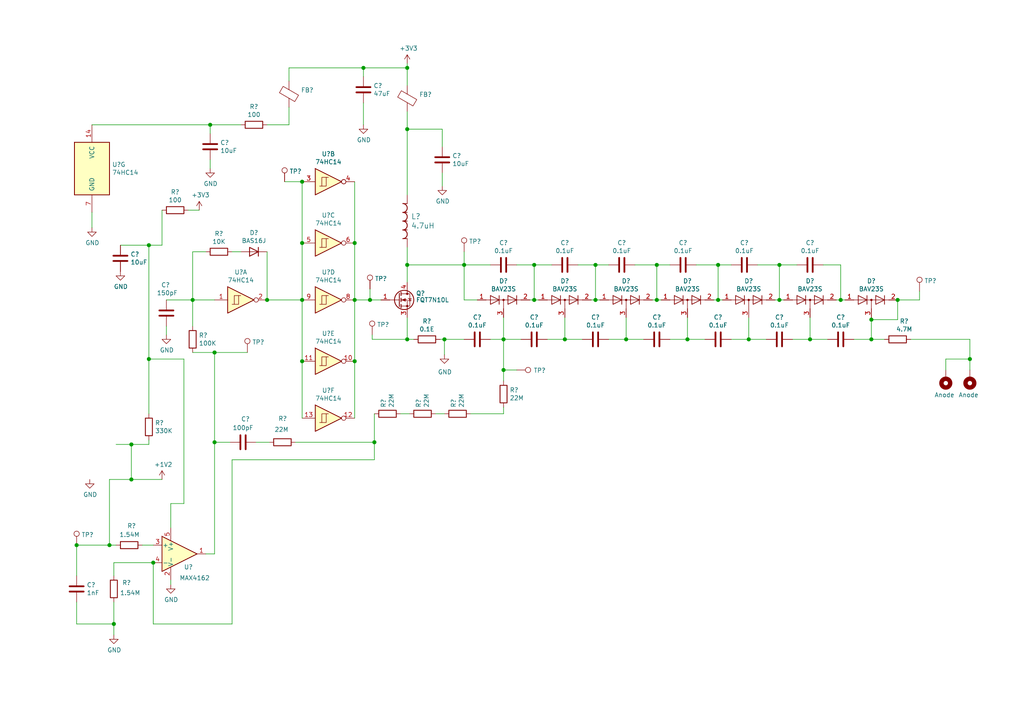
<source format=kicad_sch>
(kicad_sch (version 20210126) (generator eeschema)
  (paper "A4")
  (lib_symbols
    (symbol "2021-01-06_02-33-04:NRS6020T2R2NMGJ" (pin_numbers hide) (pin_names (offset 1.651) hide)
      (property "Reference" "L" (at 6.985 5.08 0))
      (property "Value" "NRS6020T2R2NMGJ" (at 6.985 -5.715 0))
      (symbol "NRS6020T2R2NMGJ_1_1"
        (arc (start 2.54 1.27) (end 5.08 1.27) (radius (at 3.81 1.27) (length 1.27) (angles 0 180)) (stroke (width 0.254)))
        (arc (start 5.08 1.27) (end 7.62 1.27) (radius (at 6.35 1.27) (length 1.27) (angles 0 180)) (stroke (width 0.254)))
        (arc (start 7.62 1.27) (end 10.16 1.27) (radius (at 8.89 1.27) (length 1.27) (angles 0 180)) (stroke (width 0.254)))
        (arc (start 10.16 1.27) (end 12.7 1.27) (radius (at 11.43 1.27) (length 1.27) (angles 0 180)) (stroke (width 0.254)))
        (polyline (pts (xy 2.54 0) (xy 2.54 1.27)) (stroke (width 0.2032)))
        (polyline (pts (xy 5.08 0) (xy 5.08 1.27)) (stroke (width 0.2032)))
        (polyline (pts (xy 7.62 0) (xy 7.62 1.27)) (stroke (width 0.2032)))
        (polyline (pts (xy 10.16 0) (xy 10.16 1.27)) (stroke (width 0.2032)))
        (polyline (pts (xy 12.7 0) (xy 12.7 1.27)) (stroke (width 0.2032)))
        (pin unspecified line (at 15.24 0 180) (length 2.54) (name "1") (number "1"))
        (pin unspecified line (at 0 0 0) (length 2.54) (name "2") (number "2"))
      )
    )
    (symbol "74xx:74HC14" (pin_names (offset 1.016))
      (property "Reference" "U" (at 0 1.27 0))
      (property "Value" "74HC14" (at 0 -1.27 0))
      (symbol "74HC14_1_0"
        (polyline (pts (xy -3.81 3.81) (xy -3.81 -3.81) (xy 3.81 0) (xy -3.81 3.81)) (stroke (width 0.254)) (fill (type background)))
        (pin input line (at -7.62 0 0) (length 3.81) (name "~") (number "1"))
        (pin output inverted (at 7.62 0 180) (length 3.81) (name "~") (number "2"))
      )
      (symbol "74HC14_1_1"
        (polyline (pts (xy -1.905 -1.27) (xy -1.905 1.27) (xy -0.635 1.27)))
        (polyline (pts (xy -2.54 -1.27) (xy -0.635 -1.27) (xy -0.635 1.27) (xy 0 1.27)))
      )
      (symbol "74HC14_2_0"
        (polyline (pts (xy -3.81 3.81) (xy -3.81 -3.81) (xy 3.81 0) (xy -3.81 3.81)) (stroke (width 0.254)) (fill (type background)))
        (pin input line (at -7.62 0 0) (length 3.81) (name "~") (number "3"))
        (pin output inverted (at 7.62 0 180) (length 3.81) (name "~") (number "4"))
      )
      (symbol "74HC14_2_1"
        (polyline (pts (xy -1.905 -1.27) (xy -1.905 1.27) (xy -0.635 1.27)))
        (polyline (pts (xy -2.54 -1.27) (xy -0.635 -1.27) (xy -0.635 1.27) (xy 0 1.27)))
      )
      (symbol "74HC14_3_0"
        (polyline (pts (xy -3.81 3.81) (xy -3.81 -3.81) (xy 3.81 0) (xy -3.81 3.81)) (stroke (width 0.254)) (fill (type background)))
        (pin input line (at -7.62 0 0) (length 3.81) (name "~") (number "5"))
        (pin output inverted (at 7.62 0 180) (length 3.81) (name "~") (number "6"))
      )
      (symbol "74HC14_3_1"
        (polyline (pts (xy -1.905 -1.27) (xy -1.905 1.27) (xy -0.635 1.27)))
        (polyline (pts (xy -2.54 -1.27) (xy -0.635 -1.27) (xy -0.635 1.27) (xy 0 1.27)))
      )
      (symbol "74HC14_4_0"
        (polyline (pts (xy -3.81 3.81) (xy -3.81 -3.81) (xy 3.81 0) (xy -3.81 3.81)) (stroke (width 0.254)) (fill (type background)))
        (pin output inverted (at 7.62 0 180) (length 3.81) (name "~") (number "8"))
        (pin input line (at -7.62 0 0) (length 3.81) (name "~") (number "9"))
      )
      (symbol "74HC14_4_1"
        (polyline (pts (xy -1.905 -1.27) (xy -1.905 1.27) (xy -0.635 1.27)))
        (polyline (pts (xy -2.54 -1.27) (xy -0.635 -1.27) (xy -0.635 1.27) (xy 0 1.27)))
      )
      (symbol "74HC14_5_0"
        (polyline (pts (xy -3.81 3.81) (xy -3.81 -3.81) (xy 3.81 0) (xy -3.81 3.81)) (stroke (width 0.254)) (fill (type background)))
        (pin output inverted (at 7.62 0 180) (length 3.81) (name "~") (number "10"))
        (pin input line (at -7.62 0 0) (length 3.81) (name "~") (number "11"))
      )
      (symbol "74HC14_5_1"
        (polyline (pts (xy -1.905 -1.27) (xy -1.905 1.27) (xy -0.635 1.27)))
        (polyline (pts (xy -2.54 -1.27) (xy -0.635 -1.27) (xy -0.635 1.27) (xy 0 1.27)))
      )
      (symbol "74HC14_6_0"
        (polyline (pts (xy -3.81 3.81) (xy -3.81 -3.81) (xy 3.81 0) (xy -3.81 3.81)) (stroke (width 0.254)) (fill (type background)))
        (pin output inverted (at 7.62 0 180) (length 3.81) (name "~") (number "12"))
        (pin input line (at -7.62 0 0) (length 3.81) (name "~") (number "13"))
      )
      (symbol "74HC14_6_1"
        (polyline (pts (xy -1.905 -1.27) (xy -1.905 1.27) (xy -0.635 1.27)))
        (polyline (pts (xy -2.54 -1.27) (xy -0.635 -1.27) (xy -0.635 1.27) (xy 0 1.27)))
      )
      (symbol "74HC14_7_0"
        (pin power_in line (at 0 12.7 270) (length 5.08) (name "VCC") (number "14"))
        (pin power_in line (at 0 -12.7 90) (length 5.08) (name "GND") (number "7"))
      )
      (symbol "74HC14_7_1"
        (rectangle (start -5.08 7.62) (end 5.08 -7.62) (stroke (width 0.254)) (fill (type background)))
      )
    )
    (symbol "Amplifier_Operational:TLV2371DBV" (pin_names (offset 0.127))
      (property "Reference" "U" (at -1.27 6.35 0))
      (property "Value" "TLV2371DBV" (at -1.27 3.81 0))
      (symbol "TLV2371DBV_0_1"
        (polyline (pts (xy -5.08 5.08) (xy 5.08 0) (xy -5.08 -5.08) (xy -5.08 5.08)) (stroke (width 0.254)) (fill (type background)))
        (pin power_in line (at -2.54 -7.62 90) (length 3.81) (name "V-") (number "2"))
        (pin power_in line (at -2.54 7.62 270) (length 3.81) (name "V+") (number "5"))
      )
      (symbol "TLV2371DBV_1_1"
        (pin output line (at 7.62 0 180) (length 2.54) (name "~") (number "1"))
        (pin input line (at -7.62 2.54 0) (length 2.54) (name "+") (number "3"))
        (pin input line (at -7.62 -2.54 0) (length 2.54) (name "-") (number "4"))
      )
    )
    (symbol "Connector:TestPoint" (pin_numbers hide) (pin_names (offset 0.762) hide)
      (property "Reference" "TP" (at 0 6.858 0))
      (property "Value" "TestPoint" (at 0 5.08 0))
      (symbol "TestPoint_0_1"
        (circle (center 0 3.302) (radius 0.762))
      )
      (symbol "TestPoint_1_1"
        (pin passive line (at 0 0 90) (length 2.54) (name "1") (number "1"))
      )
    )
    (symbol "Device:C" (pin_numbers hide) (pin_names (offset 0.254))
      (property "Reference" "C" (at 0.635 2.54 0))
      (property "Value" "C" (at 0.635 -2.54 0))
      (symbol "C_0_1"
        (polyline (pts (xy -2.032 -0.762) (xy 2.032 -0.762)) (stroke (width 0.508)))
        (polyline (pts (xy -2.032 0.762) (xy 2.032 0.762)) (stroke (width 0.508)))
      )
      (symbol "C_1_1"
        (pin passive line (at 0 3.81 270) (length 2.794) (name "~") (number "1"))
        (pin passive line (at 0 -3.81 90) (length 2.794) (name "~") (number "2"))
      )
    )
    (symbol "Device:Ferrite_Bead" (pin_numbers hide) (pin_names (offset 0))
      (property "Reference" "FB" (at -3.81 0.635 90))
      (property "Value" "Ferrite_Bead" (at 3.81 0 90))
      (symbol "Ferrite_Bead_0_1"
        (polyline (pts (xy 0 -1.27) (xy 0 -1.2192)))
        (polyline (pts (xy 0 1.27) (xy 0 1.2954)))
        (polyline (pts (xy -2.7686 0.4064) (xy -1.7018 2.2606) (xy 2.7686 -0.3048) (xy 1.6764 -2.159) (xy -2.7686 0.4064)))
      )
      (symbol "Ferrite_Bead_1_1"
        (pin passive line (at 0 3.81 270) (length 2.54) (name "~") (number "1"))
        (pin passive line (at 0 -3.81 90) (length 2.54) (name "~") (number "2"))
      )
    )
    (symbol "Device:R" (pin_numbers hide) (pin_names (offset 0))
      (property "Reference" "R" (at 2.032 0 90))
      (property "Value" "R" (at 0 0 90))
      (symbol "R_0_1"
        (rectangle (start -1.016 -2.54) (end 1.016 2.54) (stroke (width 0.254)))
      )
      (symbol "R_1_1"
        (pin passive line (at 0 3.81 270) (length 1.27) (name "~") (number "1"))
        (pin passive line (at 0 -3.81 90) (length 1.27) (name "~") (number "2"))
      )
    )
    (symbol "Diode:1N4148W" (pin_numbers hide) (pin_names (offset 1.016) hide)
      (property "Reference" "D" (at 0 2.54 0))
      (property "Value" "1N4148W" (at 0 -2.54 0))
      (symbol "1N4148W_0_1"
        (polyline (pts (xy -1.27 1.27) (xy -1.27 -1.27)) (stroke (width 0.254)))
        (polyline (pts (xy 1.27 0) (xy -1.27 0)))
        (polyline (pts (xy 1.27 1.27) (xy 1.27 -1.27) (xy -1.27 0) (xy 1.27 1.27)) (stroke (width 0.254)))
      )
      (symbol "1N4148W_1_1"
        (pin passive line (at -3.81 0 0) (length 2.54) (name "K") (number "1"))
        (pin passive line (at 3.81 0 180) (length 2.54) (name "A") (number "2"))
      )
    )
    (symbol "Diode:BAV99" (pin_names hide)
      (property "Reference" "D" (at 0 5.08 0))
      (property "Value" "BAV99" (at 0 2.54 0))
      (symbol "BAV99_0_1"
        (polyline (pts (xy -5.08 0) (xy 5.08 0)))
      )
      (symbol "BAV99_1_1"
        (circle (center 0 0) (radius 0.254) (fill (type outline)))
        (polyline (pts (xy 0 0) (xy 0 -2.54)))
        (polyline (pts (xy -1.27 -1.27) (xy -1.27 1.27) (xy -1.27 1.27)) (stroke (width 0.2032)))
        (polyline (pts (xy 3.81 1.27) (xy 3.81 -1.27) (xy 3.81 -1.27)) (stroke (width 0.2032)))
        (polyline (pts (xy -3.81 1.27) (xy -1.27 0) (xy -3.81 -1.27) (xy -3.81 1.27) (xy -3.81 1.27) (xy -3.81 1.27)) (stroke (width 0.2032)))
        (polyline (pts (xy 1.27 1.27) (xy 3.81 0) (xy 1.27 -1.27) (xy 1.27 1.27) (xy 1.27 1.27) (xy 1.27 1.27)) (stroke (width 0.2032)))
        (pin passive line (at -7.62 0 0) (length 2.54) (name "K") (number "1"))
        (pin passive line (at 7.62 0 180) (length 2.54) (name "A") (number "2"))
        (pin passive line (at 0 -5.08 90) (length 2.54) (name "K") (number "3"))
      )
    )
    (symbol "Mechanical:MountingHole_Pad" (pin_numbers hide) (pin_names (offset 1.016) hide)
      (property "Reference" "H" (at 0 6.35 0))
      (property "Value" "MountingHole_Pad" (at 0 4.445 0))
      (symbol "MountingHole_Pad_0_1"
        (circle (center 0 1.27) (radius 1.27) (stroke (width 1.27)))
      )
      (symbol "MountingHole_Pad_1_1"
        (pin input line (at 0 -2.54 90) (length 2.54) (name "1") (number "1"))
      )
    )
    (symbol "Transistor_FET:IRF6655" (pin_names hide)
      (property "Reference" "Q" (at 5.08 1.905 0))
      (property "Value" "IRF6655" (at 5.08 0 0))
      (symbol "IRF6655_0_1"
        (circle (center 1.651 0) (radius 2.794) (stroke (width 0.254)))
        (circle (center 2.54 -1.778) (radius 0.254) (fill (type outline)))
        (circle (center 2.54 1.778) (radius 0.254) (fill (type outline)))
        (polyline (pts (xy 0.254 0) (xy -2.54 0)))
        (polyline (pts (xy 0.254 1.905) (xy 0.254 -1.905)) (stroke (width 0.254)))
        (polyline (pts (xy 0.762 -1.27) (xy 0.762 -2.286)) (stroke (width 0.254)))
        (polyline (pts (xy 0.762 0.508) (xy 0.762 -0.508)) (stroke (width 0.254)))
        (polyline (pts (xy 0.762 2.286) (xy 0.762 1.27)) (stroke (width 0.254)))
        (polyline (pts (xy 2.54 2.54) (xy 2.54 1.778)))
        (polyline (pts (xy 2.54 -2.54) (xy 2.54 0) (xy 0.762 0)))
        (polyline (pts (xy 0.762 -1.778) (xy 3.302 -1.778) (xy 3.302 1.778) (xy 0.762 1.778)))
        (polyline (pts (xy 2.794 0.508) (xy 2.921 0.381) (xy 3.683 0.381) (xy 3.81 0.254)))
        (polyline (pts (xy 3.302 0.381) (xy 2.921 -0.254) (xy 3.683 -0.254) (xy 3.302 0.381)))
        (polyline (pts (xy 1.016 0) (xy 2.032 0.381) (xy 2.032 -0.381) (xy 1.016 0)) (fill (type outline)))
      )
      (symbol "IRF6655_1_1"
        (pin input line (at -5.08 0 0) (length 2.54) (name "G") (number "1"))
        (pin passive line (at 2.54 -5.08 90) (length 2.54) (name "S") (number "3"))
        (pin passive line (at 2.54 5.08 270) (length 2.54) (name "D") (number "4"))
      )
    )
    (symbol "power:+1V2" (power) (pin_names (offset 0))
      (property "Value" "+1V2" (at 0 3.556 0))
      (symbol "+1V2_0_1"
        (polyline (pts (xy -0.762 1.27) (xy 0 2.54)))
        (polyline (pts (xy 0 0) (xy 0 2.54)))
        (polyline (pts (xy 0 2.54) (xy 0.762 1.27)))
      )
      (symbol "+1V2_1_1"
        (pin power_in line (at 0 0 90) (length 0) hide (name "+1V2") (number "1"))
      )
    )
    (symbol "power:+3.3V" (power) (pin_names (offset 0))
      (property "Value" "+3.3V" (at 0 3.556 0))
      (symbol "+3.3V_0_1"
        (polyline (pts (xy -0.762 1.27) (xy 0 2.54)))
        (polyline (pts (xy 0 0) (xy 0 2.54)))
        (polyline (pts (xy 0 2.54) (xy 0.762 1.27)))
      )
      (symbol "+3.3V_1_1"
        (pin power_in line (at 0 0 90) (length 0) hide (name "+3V3") (number "1"))
      )
    )
    (symbol "power:GND" (power) (pin_names (offset 0))
      (property "Value" "GND" (at 0 -3.81 0))
      (symbol "GND_0_1"
        (polyline (pts (xy 0 0) (xy 0 -1.27) (xy 1.27 -1.27) (xy 0 -2.54) (xy -1.27 -1.27) (xy 0 -1.27)))
      )
      (symbol "GND_1_1"
        (pin power_in line (at 0 0 270) (length 0) hide (name "GND") (number "1"))
      )
    )
  )
  (junction (at 22.225 158.115) (diameter 1.016))
  (junction (at 31.75 158.115) (diameter 1.016))
  (junction (at 33.02 180.975) (diameter 1.016))
  (junction (at 38.1 128.905) (diameter 1.016))
  (junction (at 38.1 139.065) (diameter 1.016))
  (junction (at 43.18 71.12) (diameter 1.016))
  (junction (at 43.18 104.14) (diameter 1.016))
  (junction (at 44.45 163.195) (diameter 1.016))
  (junction (at 55.88 86.995) (diameter 1.016))
  (junction (at 60.96 36.195) (diameter 1.016))
  (junction (at 62.23 102.235) (diameter 1.016))
  (junction (at 62.23 128.27) (diameter 1.016))
  (junction (at 77.47 86.995) (diameter 1.016))
  (junction (at 87.63 52.705) (diameter 1.016))
  (junction (at 87.63 70.485) (diameter 1.016))
  (junction (at 87.63 86.995) (diameter 1.016))
  (junction (at 87.63 104.775) (diameter 1.016))
  (junction (at 102.87 70.485) (diameter 1.016))
  (junction (at 102.87 86.995) (diameter 1.016))
  (junction (at 102.87 104.775) (diameter 1.016))
  (junction (at 105.41 19.685) (diameter 1.016))
  (junction (at 107.315 86.995) (diameter 1.016))
  (junction (at 108.585 128.27) (diameter 1.016))
  (junction (at 118.11 19.685) (diameter 1.016))
  (junction (at 118.11 37.465) (diameter 1.016))
  (junction (at 118.11 76.835) (diameter 1.016))
  (junction (at 118.11 98.425) (diameter 1.016))
  (junction (at 128.905 98.425) (diameter 1.016))
  (junction (at 134.62 76.835) (diameter 1.016))
  (junction (at 146.05 98.425) (diameter 1.016))
  (junction (at 146.05 107.315) (diameter 1.016))
  (junction (at 154.94 76.835) (diameter 1.016))
  (junction (at 154.94 86.995) (diameter 1.016))
  (junction (at 163.83 98.425) (diameter 1.016))
  (junction (at 172.72 76.835) (diameter 1.016))
  (junction (at 172.72 86.995) (diameter 1.016))
  (junction (at 181.61 98.425) (diameter 1.016))
  (junction (at 190.5 76.835) (diameter 1.016))
  (junction (at 190.5 86.995) (diameter 1.016))
  (junction (at 199.39 98.425) (diameter 1.016))
  (junction (at 208.28 76.835) (diameter 1.016))
  (junction (at 208.28 86.995) (diameter 1.016))
  (junction (at 217.17 98.425) (diameter 1.016))
  (junction (at 226.06 76.835) (diameter 1.016))
  (junction (at 226.06 86.995) (diameter 1.016))
  (junction (at 234.95 98.425) (diameter 1.016))
  (junction (at 243.84 86.995) (diameter 1.016))
  (junction (at 252.73 92.71) (diameter 1.016))
  (junction (at 252.73 98.425) (diameter 1.016))
  (junction (at 260.35 86.995) (diameter 1.016))
  (junction (at 281.305 104.14) (diameter 1.016))
  (wire (pts (xy 22.225 158.115) (xy 31.75 158.115)))
  (wire (pts (xy 22.225 167.005) (xy 22.225 158.115)))
  (wire (pts (xy 22.225 180.975) (xy 22.225 174.625)))
  (wire (pts (xy 26.67 36.195) (xy 60.96 36.195)))
  (wire (pts (xy 26.67 61.595) (xy 26.67 66.04)))
  (wire (pts (xy 31.75 139.065) (xy 31.75 158.115)))
  (wire (pts (xy 31.75 139.065) (xy 38.1 139.065)))
  (wire (pts (xy 31.75 158.115) (xy 33.655 158.115)))
  (wire (pts (xy 33.02 163.195) (xy 33.02 167.005)))
  (wire (pts (xy 33.02 174.625) (xy 33.02 180.975)))
  (wire (pts (xy 33.02 180.975) (xy 22.225 180.975)))
  (wire (pts (xy 33.02 180.975) (xy 33.02 184.15)))
  (wire (pts (xy 33.655 128.905) (xy 38.1 128.905)))
  (wire (pts (xy 34.925 71.12) (xy 43.18 71.12)))
  (wire (pts (xy 38.1 128.905) (xy 38.1 139.065)))
  (wire (pts (xy 38.1 139.065) (xy 46.99 139.065)))
  (wire (pts (xy 41.275 158.115) (xy 44.45 158.115)))
  (wire (pts (xy 43.18 71.12) (xy 46.99 71.12)))
  (wire (pts (xy 43.18 104.14) (xy 43.18 71.12)))
  (wire (pts (xy 43.18 104.14) (xy 53.34 104.14)))
  (wire (pts (xy 43.18 120.015) (xy 43.18 104.14)))
  (wire (pts (xy 43.18 127.635) (xy 43.18 128.905)))
  (wire (pts (xy 43.18 128.905) (xy 38.1 128.905)))
  (wire (pts (xy 44.45 163.195) (xy 33.02 163.195)))
  (wire (pts (xy 44.45 180.975) (xy 44.45 163.195)))
  (wire (pts (xy 44.45 180.975) (xy 67.31 180.975)))
  (wire (pts (xy 46.99 71.12) (xy 46.99 60.96)))
  (wire (pts (xy 48.26 86.995) (xy 55.88 86.995)))
  (wire (pts (xy 48.26 94.615) (xy 48.26 97.155)))
  (wire (pts (xy 49.53 146.05) (xy 53.34 146.05)))
  (wire (pts (xy 49.53 153.035) (xy 49.53 146.05)))
  (wire (pts (xy 49.53 169.545) (xy 49.53 168.275)))
  (wire (pts (xy 53.34 146.05) (xy 53.34 104.14)))
  (wire (pts (xy 54.61 60.96) (xy 57.785 60.96)))
  (wire (pts (xy 55.88 73.025) (xy 55.88 86.995)))
  (wire (pts (xy 55.88 73.025) (xy 59.69 73.025)))
  (wire (pts (xy 55.88 86.995) (xy 55.88 94.615)))
  (wire (pts (xy 55.88 86.995) (xy 62.23 86.995)))
  (wire (pts (xy 55.88 102.235) (xy 62.23 102.235)))
  (wire (pts (xy 59.69 160.655) (xy 62.23 160.655)))
  (wire (pts (xy 60.96 38.735) (xy 60.96 36.195)))
  (wire (pts (xy 60.96 48.895) (xy 60.96 46.355)))
  (wire (pts (xy 62.23 102.235) (xy 62.23 128.27)))
  (wire (pts (xy 62.23 102.235) (xy 71.755 102.235)))
  (wire (pts (xy 62.23 128.27) (xy 62.23 160.655)))
  (wire (pts (xy 62.23 128.27) (xy 66.675 128.27)))
  (wire (pts (xy 67.31 73.025) (xy 69.85 73.025)))
  (wire (pts (xy 67.31 133.35) (xy 108.585 133.35)))
  (wire (pts (xy 67.31 180.975) (xy 67.31 133.35)))
  (wire (pts (xy 69.85 36.195) (xy 60.96 36.195)))
  (wire (pts (xy 74.295 128.27) (xy 78.105 128.27)))
  (wire (pts (xy 77.47 36.195) (xy 83.82 36.195)))
  (wire (pts (xy 77.47 73.025) (xy 77.47 86.995)))
  (wire (pts (xy 77.47 86.995) (xy 87.63 86.995)))
  (wire (pts (xy 82.55 52.705) (xy 87.63 52.705)))
  (wire (pts (xy 83.82 19.685) (xy 105.41 19.685)))
  (wire (pts (xy 83.82 23.495) (xy 83.82 19.685)))
  (wire (pts (xy 83.82 36.195) (xy 83.82 31.115)))
  (wire (pts (xy 85.725 128.27) (xy 108.585 128.27)))
  (wire (pts (xy 87.63 52.705) (xy 87.63 70.485)))
  (wire (pts (xy 87.63 70.485) (xy 87.63 86.995)))
  (wire (pts (xy 87.63 104.775) (xy 87.63 86.995)))
  (wire (pts (xy 87.63 104.775) (xy 87.63 121.285)))
  (wire (pts (xy 102.87 52.705) (xy 102.87 70.485)))
  (wire (pts (xy 102.87 70.485) (xy 102.87 86.995)))
  (wire (pts (xy 102.87 86.995) (xy 102.87 104.775)))
  (wire (pts (xy 102.87 86.995) (xy 107.315 86.995)))
  (wire (pts (xy 102.87 104.775) (xy 102.87 121.285)))
  (wire (pts (xy 105.41 19.685) (xy 118.11 19.685)))
  (wire (pts (xy 105.41 22.225) (xy 105.41 19.685)))
  (wire (pts (xy 105.41 29.845) (xy 105.41 36.195)))
  (wire (pts (xy 107.315 83.82) (xy 107.315 86.995)))
  (wire (pts (xy 107.315 86.995) (xy 110.49 86.995)))
  (wire (pts (xy 107.95 97.155) (xy 107.95 98.425)))
  (wire (pts (xy 107.95 98.425) (xy 118.11 98.425)))
  (wire (pts (xy 108.585 120.015) (xy 108.585 128.27)))
  (wire (pts (xy 108.585 128.27) (xy 108.585 133.35)))
  (wire (pts (xy 116.205 120.015) (xy 118.745 120.015)))
  (wire (pts (xy 118.11 19.685) (xy 118.11 18.415)))
  (wire (pts (xy 118.11 24.765) (xy 118.11 19.685)))
  (wire (pts (xy 118.11 32.385) (xy 118.11 37.465)))
  (wire (pts (xy 118.11 37.465) (xy 118.11 56.515)))
  (wire (pts (xy 118.11 71.755) (xy 118.11 76.835)))
  (wire (pts (xy 118.11 76.835) (xy 134.62 76.835)))
  (wire (pts (xy 118.11 81.915) (xy 118.11 76.835)))
  (wire (pts (xy 118.11 92.075) (xy 118.11 98.425)))
  (wire (pts (xy 120.015 98.425) (xy 118.11 98.425)))
  (wire (pts (xy 126.365 120.015) (xy 128.905 120.015)))
  (wire (pts (xy 127.635 98.425) (xy 128.905 98.425)))
  (wire (pts (xy 128.27 37.465) (xy 118.11 37.465)))
  (wire (pts (xy 128.27 42.545) (xy 128.27 37.465)))
  (wire (pts (xy 128.27 53.975) (xy 128.27 50.165)))
  (wire (pts (xy 128.905 98.425) (xy 134.62 98.425)))
  (wire (pts (xy 128.905 102.87) (xy 128.905 98.425)))
  (wire (pts (xy 134.62 73.025) (xy 134.62 76.835)))
  (wire (pts (xy 134.62 76.835) (xy 134.62 86.995)))
  (wire (pts (xy 136.525 120.015) (xy 146.05 120.015)))
  (wire (pts (xy 138.43 86.995) (xy 134.62 86.995)))
  (wire (pts (xy 142.24 76.835) (xy 134.62 76.835)))
  (wire (pts (xy 142.24 98.425) (xy 146.05 98.425)))
  (wire (pts (xy 146.05 92.075) (xy 146.05 98.425)))
  (wire (pts (xy 146.05 98.425) (xy 146.05 107.315)))
  (wire (pts (xy 146.05 98.425) (xy 151.13 98.425)))
  (wire (pts (xy 146.05 107.315) (xy 146.05 110.49)))
  (wire (pts (xy 146.05 107.315) (xy 149.86 107.315)))
  (wire (pts (xy 146.05 118.11) (xy 146.05 120.015)))
  (wire (pts (xy 153.67 86.995) (xy 154.94 86.995)))
  (wire (pts (xy 154.94 76.835) (xy 149.86 76.835)))
  (wire (pts (xy 154.94 86.995) (xy 154.94 76.835)))
  (wire (pts (xy 154.94 86.995) (xy 156.21 86.995)))
  (wire (pts (xy 158.75 98.425) (xy 163.83 98.425)))
  (wire (pts (xy 160.02 76.835) (xy 154.94 76.835)))
  (wire (pts (xy 163.83 92.075) (xy 163.83 98.425)))
  (wire (pts (xy 163.83 98.425) (xy 168.91 98.425)))
  (wire (pts (xy 167.64 76.835) (xy 172.72 76.835)))
  (wire (pts (xy 171.45 86.995) (xy 172.72 86.995)))
  (wire (pts (xy 172.72 76.835) (xy 176.53 76.835)))
  (wire (pts (xy 172.72 86.995) (xy 172.72 76.835)))
  (wire (pts (xy 172.72 86.995) (xy 173.99 86.995)))
  (wire (pts (xy 176.53 98.425) (xy 181.61 98.425)))
  (wire (pts (xy 181.61 92.075) (xy 181.61 98.425)))
  (wire (pts (xy 181.61 98.425) (xy 186.69 98.425)))
  (wire (pts (xy 184.15 76.835) (xy 190.5 76.835)))
  (wire (pts (xy 189.23 86.995) (xy 190.5 86.995)))
  (wire (pts (xy 190.5 76.835) (xy 194.31 76.835)))
  (wire (pts (xy 190.5 86.995) (xy 190.5 76.835)))
  (wire (pts (xy 190.5 86.995) (xy 191.77 86.995)))
  (wire (pts (xy 194.31 98.425) (xy 199.39 98.425)))
  (wire (pts (xy 199.39 92.075) (xy 199.39 98.425)))
  (wire (pts (xy 199.39 98.425) (xy 204.47 98.425)))
  (wire (pts (xy 201.93 76.835) (xy 208.28 76.835)))
  (wire (pts (xy 207.01 86.995) (xy 208.28 86.995)))
  (wire (pts (xy 208.28 76.835) (xy 212.09 76.835)))
  (wire (pts (xy 208.28 86.995) (xy 208.28 76.835)))
  (wire (pts (xy 208.28 86.995) (xy 209.55 86.995)))
  (wire (pts (xy 212.09 98.425) (xy 217.17 98.425)))
  (wire (pts (xy 217.17 92.075) (xy 217.17 98.425)))
  (wire (pts (xy 217.17 98.425) (xy 222.25 98.425)))
  (wire (pts (xy 219.71 76.835) (xy 226.06 76.835)))
  (wire (pts (xy 224.79 86.995) (xy 226.06 86.995)))
  (wire (pts (xy 226.06 76.835) (xy 231.14 76.835)))
  (wire (pts (xy 226.06 86.995) (xy 226.06 76.835)))
  (wire (pts (xy 226.06 86.995) (xy 227.33 86.995)))
  (wire (pts (xy 229.87 98.425) (xy 234.95 98.425)))
  (wire (pts (xy 234.95 92.075) (xy 234.95 98.425)))
  (wire (pts (xy 234.95 98.425) (xy 240.03 98.425)))
  (wire (pts (xy 238.76 76.835) (xy 243.84 76.835)))
  (wire (pts (xy 242.57 86.995) (xy 243.84 86.995)))
  (wire (pts (xy 243.84 76.835) (xy 243.84 86.995)))
  (wire (pts (xy 243.84 86.995) (xy 245.11 86.995)))
  (wire (pts (xy 247.65 98.425) (xy 252.73 98.425)))
  (wire (pts (xy 252.73 92.075) (xy 252.73 92.71)))
  (wire (pts (xy 252.73 92.71) (xy 252.73 98.425)))
  (wire (pts (xy 252.73 92.71) (xy 260.35 92.71)))
  (wire (pts (xy 252.73 98.425) (xy 256.54 98.425)))
  (wire (pts (xy 260.35 86.995) (xy 266.7 86.995)))
  (wire (pts (xy 260.35 92.71) (xy 260.35 86.995)))
  (wire (pts (xy 264.16 98.425) (xy 281.305 98.425)))
  (wire (pts (xy 266.7 86.995) (xy 266.7 84.455)))
  (wire (pts (xy 274.32 104.14) (xy 281.305 104.14)))
  (wire (pts (xy 274.32 107.315) (xy 274.32 104.14)))
  (wire (pts (xy 281.305 98.425) (xy 281.305 104.14)))
  (wire (pts (xy 281.305 104.14) (xy 281.305 107.315)))
  (symbol (lib_id "power:+1V2") (at 46.99 139.065 0) (unit 1)
    (property "Reference" "#PWR?" (effects hide))
    (property "Value" "+1V2" (at 47.3583 134.7406 0))
  )
  (symbol (lib_id "power:+3.3V") (at 57.785 60.96 0) (unit 1)
    (property "Reference" "#PWR?" (effects hide))
    (property "Value" "+3.3V" (at 58.166 56.5658 0))
  )
  (symbol (lib_id "power:+3.3V") (at 118.11 18.415 0) (unit 1)
    (property "Reference" "#PWR?" (effects hide))
    (property "Value" "+3.3V" (at 118.491 14.0208 0))
  )
  (symbol (lib_id "Connector:TestPoint") (at 22.225 158.115 0) (unit 1) (in_bom no)
    (property "Reference" "TP?" (at 23.622 155.124 0) (effects (justify left)))
    (property "Value" "TestPoint" (effects hide))
    (property "Footprint" "TestPoint:TestPoint_Pad_1.0x1.0mm" (effects hide))
  )
  (symbol (lib_id "Connector:TestPoint") (at 71.755 102.235 0) (unit 1) (in_bom no)
    (property "Reference" "TP?" (at 73.152 99.244 0) (effects (justify left)))
    (property "Value" "TestPoint" (effects hide))
    (property "Footprint" "TestPoint:TestPoint_Pad_1.0x1.0mm" (effects hide))
  )
  (symbol (lib_id "Connector:TestPoint") (at 82.55 52.705 0) (unit 1) (in_bom no)
    (property "Reference" "TP?" (at 83.947 49.714 0) (effects (justify left)))
    (property "Value" "TestPoint" (effects hide))
    (property "Footprint" "TestPoint:TestPoint_Pad_1.0x1.0mm" (effects hide))
  )
  (symbol (lib_id "Connector:TestPoint") (at 107.315 83.82 0) (unit 1) (in_bom no)
    (property "Reference" "TP?" (at 108.712 80.829 0) (effects (justify left)))
    (property "Value" "TestPoint" (effects hide))
    (property "Footprint" "TestPoint:TestPoint_Pad_1.0x1.0mm" (effects hide))
  )
  (symbol (lib_id "Connector:TestPoint") (at 107.95 97.155 0) (unit 1) (in_bom no)
    (property "Reference" "TP?" (at 109.347 94.164 0) (effects (justify left)))
    (property "Value" "TestPoint" (effects hide))
    (property "Footprint" "TestPoint:TestPoint_Pad_1.0x1.0mm" (effects hide))
  )
  (symbol (lib_id "Connector:TestPoint") (at 134.62 73.025 0) (unit 1) (in_bom no)
    (property "Reference" "TP?" (at 136.017 70.034 0) (effects (justify left)))
    (property "Value" "TestPoint" (effects hide))
    (property "Footprint" "TestPoint:TestPoint_Pad_1.0x1.0mm" (effects hide))
  )
  (symbol (lib_id "Connector:TestPoint") (at 149.86 107.315 270) (unit 1) (in_bom no)
    (property "Reference" "TP?" (at 154.756 107.442 90) (effects (justify left)))
    (property "Value" "TestPoint" (effects hide))
    (property "Footprint" "TestPoint:TestPoint_Pad_1.0x1.0mm" (effects hide))
  )
  (symbol (lib_id "Connector:TestPoint") (at 266.7 84.455 0) (unit 1) (in_bom no)
    (property "Reference" "TP?" (at 268.097 81.464 0) (effects (justify left)))
    (property "Value" "TestPoint" (effects hide))
    (property "Footprint" "TestPoint:TestPoint_Pad_1.0x1.0mm" (effects hide))
  )
  (symbol (lib_id "power:GND") (at 26.035 139.065 0) (unit 1)
    (property "Reference" "#PWR?" (effects hide))
    (property "Value" "GND" (at 26.162 143.4592 0))
  )
  (symbol (lib_id "power:GND") (at 26.67 66.04 0) (unit 1)
    (property "Reference" "#PWR?" (effects hide))
    (property "Value" "GND" (at 26.797 70.4342 0))
  )
  (symbol (lib_id "power:GND") (at 33.02 184.15 0) (unit 1)
    (property "Reference" "#PWR?" (effects hide))
    (property "Value" "GND" (at 33.147 188.5442 0))
  )
  (symbol (lib_id "power:GND") (at 34.925 78.74 0) (unit 1)
    (property "Reference" "#PWR?" (effects hide))
    (property "Value" "GND" (at 35.052 83.1342 0))
  )
  (symbol (lib_id "power:GND") (at 48.26 97.155 0) (unit 1)
    (property "Reference" "#PWR?" (effects hide))
    (property "Value" "GND" (at 48.387 101.5492 0))
  )
  (symbol (lib_id "power:GND") (at 49.53 169.545 0) (unit 1)
    (property "Reference" "#PWR?" (effects hide))
    (property "Value" "GND" (at 49.657 173.9392 0))
  )
  (symbol (lib_id "power:GND") (at 60.96 48.895 0) (unit 1)
    (property "Reference" "#PWR?" (effects hide))
    (property "Value" "GND" (at 61.087 53.2892 0))
  )
  (symbol (lib_id "power:GND") (at 105.41 36.195 0) (unit 1)
    (property "Reference" "#PWR?" (effects hide))
    (property "Value" "GND" (at 105.537 40.5892 0))
  )
  (symbol (lib_id "power:GND") (at 128.27 53.975 0) (unit 1)
    (property "Reference" "#PWR?" (effects hide))
    (property "Value" "GND" (at 128.397 58.3692 0))
  )
  (symbol (lib_id "power:GND") (at 128.905 102.87 0) (unit 1)
    (property "Reference" "#PWR?" (effects hide))
    (property "Value" "GND" (at 129.032 107.8992 0))
  )
  (symbol (lib_id "Device:R") (at 33.02 170.815 0) (unit 1)
    (property "Reference" "R?" (at 35.433 169.012 0) (effects (justify left)))
    (property "Value" "1.54M" (at 34.798 171.958 0) (effects (justify left)))
    (property "Footprint" "Resistor_SMD:R_0805_2012Metric" (effects hide))
    (property "Datasheet" "https://www.digikey.com/en/products/detail/yageo/RC0805FR-071M54L/727500" (effects hide))
    (property "Digikey" "311-1.54MCRCT-ND" (effects hide))
  )
  (symbol (lib_id "Device:R") (at 37.465 158.115 90) (unit 1)
    (property "Reference" "R?" (at 39.472 152.527 90) (effects (justify left)))
    (property "Value" "1.54M" (at 40.513 155.067 90) (effects (justify left)))
    (property "Footprint" "Resistor_SMD:R_0805_2012Metric" (effects hide))
    (property "Datasheet" "https://www.digikey.com/en/products/detail/yageo/RC0805FR-071M54L/727500" (effects hide))
    (property "Digikey" "311-1.54MCRCT-ND" (effects hide))
  )
  (symbol (lib_id "Device:R") (at 43.18 123.825 0) (unit 1)
    (property "Reference" "R?" (at 44.958 122.657 0) (effects (justify left)))
    (property "Value" "330K" (at 44.958 124.968 0) (effects (justify left)))
    (property "Footprint" "Resistor_SMD:R_0805_2012Metric" (effects hide))
    (property "Datasheet" "https://www.digikey.com/en/products/detail/te-connectivity-passive-product/CRG0805F330K/2380888" (effects hide))
    (property "Digikey" "A126361CT-ND" (effects hide))
  )
  (symbol (lib_id "Device:R") (at 50.8 60.96 270) (unit 1)
    (property "Reference" "R?" (at 50.8 55.702 90))
    (property "Value" "100" (at 50.8 58.0136 90))
    (property "Footprint" "Resistor_SMD:R_0805_2012Metric" (effects hide))
    (property "Datasheet" "https://www.digikey.com/en/products/detail/te-connectivity-passive-product/CRG0805F100R/2380830" (effects hide))
  )
  (symbol (lib_id "Device:R") (at 55.88 98.425 0) (unit 1)
    (property "Reference" "R?" (at 57.658 97.2566 0) (effects (justify left)))
    (property "Value" "100K" (at 57.658 99.568 0) (effects (justify left)))
    (property "Footprint" "Resistor_SMD:R_0805_2012Metric" (effects hide))
    (property "Datasheet" "https://www.digikey.com/en/products/detail/stackpole-electronics-inc/RMCF0805FT100K/1760712" (effects hide))
  )
  (symbol (lib_id "Device:R") (at 63.5 73.025 90) (unit 1)
    (property "Reference" "R?" (at 63.5 67.7672 90))
    (property "Value" "10K" (at 63.5 70.079 90))
    (property "Footprint" "Resistor_SMD:R_0805_2012Metric" (effects hide))
    (property "Datasheet" "https://www.digikey.com/en/products/detail/stackpole-electronics-inc/RNCP0805FTD10K0/2240262" (effects hide))
  )
  (symbol (lib_id "Device:R") (at 73.66 36.195 90) (unit 1)
    (property "Reference" "R?" (at 73.66 30.9372 90))
    (property "Value" "100" (at 73.66 33.249 90))
    (property "Footprint" "Resistor_SMD:R_0805_2012Metric" (effects hide))
    (property "Datasheet" "https://www.digikey.com/en/products/detail/te-connectivity-passive-product/CRG0805F100R/2380830" (effects hide))
  )
  (symbol (lib_id "Device:R") (at 81.915 128.27 90) (unit 1)
    (property "Reference" "R?" (at 83.287 121.412 90) (effects (justify left)))
    (property "Value" "22M" (at 83.693 124.587 90) (effects (justify left)))
    (property "Footprint" "Resistor_SMD:R_0805_2012Metric" (effects hide))
    (property "Datasheet" "https://www.digikey.com/en/products/detail/stackpole-electronics-inc/RMCF0805FT22M0/6053747" (effects hide))
  )
  (symbol (lib_id "Device:R") (at 112.395 120.015 90) (unit 1)
    (property "Reference" "R?" (at 111.2266 118.237 0) (effects (justify left)))
    (property "Value" "22M" (at 113.538 118.237 0) (effects (justify left)))
    (property "Footprint" "Resistor_SMD:R_0805_2012Metric" (effects hide))
    (property "Datasheet" "https://www.digikey.com/en/products/detail/stackpole-electronics-inc/RMCF0805FT22M0/6053747" (effects hide))
  )
  (symbol (lib_id "Device:R") (at 122.555 120.015 90) (unit 1)
    (property "Reference" "R?" (at 121.3866 118.237 0) (effects (justify left)))
    (property "Value" "22M" (at 123.698 118.237 0) (effects (justify left)))
    (property "Footprint" "Resistor_SMD:R_0805_2012Metric" (effects hide))
    (property "Datasheet" "https://www.digikey.com/en/products/detail/stackpole-electronics-inc/RMCF0805FT22M0/6053747" (effects hide))
  )
  (symbol (lib_id "Device:R") (at 123.825 98.425 90) (unit 1)
    (property "Reference" "R?" (at 123.825 93.167 90))
    (property "Value" "0.1E" (at 123.825 95.479 90))
    (property "Footprint" "Resistor_SMD:R_0805_2012Metric" (effects hide))
    (property "Datasheet" "https://www.digikey.com/en/products/detail/susumu/KRL1220E-M-R100-F-T5/3737982" (effects hide))
  )
  (symbol (lib_id "Device:R") (at 132.715 120.015 90) (unit 1)
    (property "Reference" "R?" (at 131.5466 118.237 0) (effects (justify left)))
    (property "Value" "22M" (at 133.858 118.237 0) (effects (justify left)))
    (property "Footprint" "Resistor_SMD:R_0805_2012Metric" (effects hide))
    (property "Datasheet" "https://www.digikey.com/en/products/detail/stackpole-electronics-inc/RMCF0805FT22M0/6053747" (effects hide))
  )
  (symbol (lib_id "Device:R") (at 146.05 114.3 0) (unit 1)
    (property "Reference" "R?" (at 147.828 113.1316 0) (effects (justify left)))
    (property "Value" "22M" (at 147.828 115.443 0) (effects (justify left)))
    (property "Footprint" "Resistor_SMD:R_0805_2012Metric" (effects hide))
    (property "Datasheet" "https://www.digikey.com/en/products/detail/stackpole-electronics-inc/RMCF0805FT22M0/6053747" (effects hide))
  )
  (symbol (lib_id "Device:R") (at 260.35 98.425 90) (unit 1)
    (property "Reference" "R?" (at 262.255 93.167 90))
    (property "Value" "4.7M" (at 262.255 95.479 90))
    (property "Footprint" "Resistor_SMD:R_1206_3216Metric" (effects hide))
    (property "Datasheet" "https://www.digikey.com/en/products/detail/rohm-semiconductor/KTR18EZPF4704/1983735" (effects hide))
  )
  (symbol (lib_id "Mechanical:MountingHole_Pad") (at 274.32 109.855 180) (unit 1)
    (property "Reference" "H?" (effects hide))
    (property "Value" "Anode" (at 276.86 114.548 0) (effects (justify left)))
    (property "Footprint" "TestPoint:TestPoint_Loop_D3.50mm_Drill1.4mm_Beaded" (effects hide))
  )
  (symbol (lib_id "Mechanical:MountingHole_Pad") (at 281.305 109.855 180) (unit 1)
    (property "Reference" "H?" (effects hide))
    (property "Value" "Anode" (at 283.845 114.548 0) (effects (justify left)))
    (property "Footprint" "TestPoint:TestPoint_Loop_D3.50mm_Drill1.4mm_Beaded" (effects hide))
  )
  (symbol (lib_id "Diode:1N4148W") (at 73.66 73.025 180) (unit 1)
    (property "Reference" "D?" (at 73.66 67.5132 0))
    (property "Value" "BAS16J" (at 73.66 69.825 0))
    (property "Footprint" "Diode_SMD:D_SOD-323" (effects hide))
    (property "Datasheet" "https://www.digikey.com/en/products/detail/nexperia-usa-inc/BAS16J135/2405996" (effects hide))
  )
  (symbol (lib_id "2021-01-06_02-33-04:NRS6020T2R2NMGJ") (at 118.11 71.755 90) (unit 1)
    (property "Reference" "L?" (at 119.2276 62.7888 90) (effects (font (size 1.524 1.524)) (justify right)))
    (property "Value" "4.7uH" (at 119.228 65.481 90) (effects (font (size 1.524 1.524)) (justify right)))
    (property "Footprint" "Inductor_SMD:L_Taiyo-Yuden_MD-4040" (effects hide))
    (property "Datasheet" "https://www.digikey.com/en/products/detail/taiyo-yuden/MDWK4040T4R7MM/5880041" (effects hide))
  )
  (symbol (lib_id "Device:C") (at 22.225 170.815 0) (unit 1)
    (property "Reference" "C?" (at 25.146 169.647 0) (effects (justify left)))
    (property "Value" "1nF" (at 25.146 171.958 0) (effects (justify left)))
    (property "Footprint" "Capacitor_SMD:C_0805_2012Metric" (effects hide))
    (property "Datasheet" "https://www.digikey.com/en/products/detail/avx-corporation/08055C102KAT2A/563481" (effects hide))
  )
  (symbol (lib_id "Device:C") (at 34.925 74.93 0) (unit 1)
    (property "Reference" "C?" (at 37.846 73.762 0) (effects (justify left)))
    (property "Value" "10uF" (at 37.846 76.073 0) (effects (justify left)))
    (property "Footprint" "Capacitor_SMD:C_0805_2012Metric" (effects hide))
    (property "Datasheet" "https://www.digikey.com/en/products/detail/samsung-electro-mechanics/CL21A106KOQNNNG/3894417" (effects hide))
  )
  (symbol (lib_id "Device:C") (at 48.26 90.805 0) (unit 1)
    (property "Reference" "C?" (at 46.736 82.6516 0) (effects (justify left)))
    (property "Value" "150pF" (at 45.466 84.963 0) (effects (justify left)))
    (property "Footprint" "Capacitor_SMD:C_0805_2012Metric" (effects hide))
    (property "Datasheet" "https://www.digikey.com/en/products/detail/w%C3%BCrth-elektronik/885012207111/9346002" (effects hide))
  )
  (symbol (lib_id "Device:C") (at 60.96 42.545 0) (unit 1)
    (property "Reference" "C?" (at 63.881 41.3766 0) (effects (justify left)))
    (property "Value" "10uF" (at 63.881 43.688 0) (effects (justify left)))
    (property "Footprint" "Capacitor_SMD:C_0805_2012Metric" (effects hide))
    (property "Datasheet" "https://www.digikey.com/en/products/detail/samsung-electro-mechanics/CL21A106KOQNNNG/3894417" (effects hide))
  )
  (symbol (lib_id "Device:C") (at 70.485 128.27 90) (unit 1)
    (property "Reference" "C?" (at 72.492 121.539 90) (effects (justify left)))
    (property "Value" "100pF" (at 73.533 124.079 90) (effects (justify left)))
    (property "Footprint" "Capacitor_SMD:C_0805_2012Metric" (effects hide))
    (property "Datasheet" "https://www.digikey.com/en/products/detail/samsung-electro-mechanics/CL21C101JCANNNC/3886919" (effects hide))
  )
  (symbol (lib_id "Device:C") (at 105.41 26.035 0) (unit 1)
    (property "Reference" "C?" (at 108.331 24.8666 0) (effects (justify left)))
    (property "Value" "47uF" (at 108.331 27.178 0) (effects (justify left)))
    (property "Footprint" "Capacitor_SMD:C_1210_3225Metric" (effects hide))
    (property "Datasheet" "https://www.digikey.com/en/products/detail/taiyo-yuden/EMK316BBJ476ML-T/7067010" (effects hide))
  )
  (symbol (lib_id "Device:C") (at 128.27 46.355 0) (unit 1)
    (property "Reference" "C?" (at 131.191 45.1866 0) (effects (justify left)))
    (property "Value" "10uF" (at 131.191 47.498 0) (effects (justify left)))
    (property "Footprint" "Capacitor_SMD:C_0805_2012Metric" (effects hide))
    (property "Datasheet" "https://www.digikey.com/en/products/detail/samsung-electro-mechanics/CL21A106KOQNNNG/3894417" (effects hide))
  )
  (symbol (lib_id "Device:C") (at 138.43 98.425 90) (unit 1)
    (property "Reference" "C?" (at 138.43 92.0242 90))
    (property "Value" "0.1uF" (at 138.43 94.3356 90))
    (property "Footprint" "Capacitor_SMD:C_0805_2012Metric" (effects hide))
    (property "Datasheet" "https://www.digikey.com/en/products/detail/tdk-corporation/C2012X7T2E104K125AA/2733184" (effects hide))
  )
  (symbol (lib_id "Device:C") (at 146.05 76.835 90) (unit 1)
    (property "Reference" "C?" (at 146.05 70.4342 90))
    (property "Value" "0.1uF" (at 146.05 72.7456 90))
    (property "Footprint" "Capacitor_SMD:C_0805_2012Metric" (effects hide))
    (property "Datasheet" "https://www.digikey.com/en/products/detail/tdk-corporation/C2012X7T2E104K125AA/2733184" (effects hide))
  )
  (symbol (lib_id "Device:C") (at 154.94 98.425 90) (unit 1)
    (property "Reference" "C?" (at 154.94 92.0242 90))
    (property "Value" "0.1uF" (at 154.94 94.3356 90))
    (property "Footprint" "Capacitor_SMD:C_0805_2012Metric" (effects hide))
    (property "Datasheet" "https://www.digikey.com/en/products/detail/tdk-corporation/C2012X7T2E104K125AA/2733184" (effects hide))
  )
  (symbol (lib_id "Device:C") (at 163.83 76.835 90) (unit 1)
    (property "Reference" "C?" (at 163.83 70.4342 90))
    (property "Value" "0.1uF" (at 163.83 72.7456 90))
    (property "Footprint" "Capacitor_SMD:C_0805_2012Metric" (effects hide))
    (property "Datasheet" "https://www.digikey.com/en/products/detail/tdk-corporation/C2012X7T2E104K125AA/2733184" (effects hide))
  )
  (symbol (lib_id "Device:C") (at 172.72 98.425 90) (unit 1)
    (property "Reference" "C?" (at 172.72 92.024 90))
    (property "Value" "0.1uF" (at 172.72 94.3356 90))
    (property "Footprint" "Capacitor_SMD:C_0805_2012Metric" (effects hide))
    (property "Datasheet" "https://www.digikey.com/en/products/detail/tdk-corporation/C2012X7T2E104K125AA/2733184" (effects hide))
  )
  (symbol (lib_id "Device:C") (at 180.34 76.835 90) (unit 1)
    (property "Reference" "C?" (at 180.34 70.434 90))
    (property "Value" "0.1uF" (at 180.34 72.7456 90))
    (property "Footprint" "Capacitor_SMD:C_0805_2012Metric" (effects hide))
    (property "Datasheet" "https://www.digikey.com/en/products/detail/tdk-corporation/C2012X7T2E104K125AA/2733184" (effects hide))
  )
  (symbol (lib_id "Device:C") (at 190.5 98.425 90) (unit 1)
    (property "Reference" "C?" (at 190.5 92.024 90))
    (property "Value" "0.1uF" (at 190.5 94.3356 90))
    (property "Footprint" "Capacitor_SMD:C_0805_2012Metric" (effects hide))
    (property "Datasheet" "https://www.digikey.com/en/products/detail/tdk-corporation/C2012X7T2E104K125AA/2733184" (effects hide))
  )
  (symbol (lib_id "Device:C") (at 198.12 76.835 90) (unit 1)
    (property "Reference" "C?" (at 198.12 70.434 90))
    (property "Value" "0.1uF" (at 198.12 72.7456 90))
    (property "Footprint" "Capacitor_SMD:C_0805_2012Metric" (effects hide))
    (property "Datasheet" "https://www.digikey.com/en/products/detail/tdk-corporation/C2012X7T2E104K125AA/2733184" (effects hide))
  )
  (symbol (lib_id "Device:C") (at 208.28 98.425 90) (unit 1)
    (property "Reference" "C?" (at 208.28 92.024 90))
    (property "Value" "0.1uF" (at 208.28 94.3356 90))
    (property "Footprint" "Capacitor_SMD:C_0805_2012Metric" (effects hide))
    (property "Datasheet" "https://www.digikey.com/en/products/detail/tdk-corporation/C2012X7T2E104K125AA/2733184" (effects hide))
  )
  (symbol (lib_id "Device:C") (at 215.9 76.835 90) (unit 1)
    (property "Reference" "C?" (at 215.9 70.434 90))
    (property "Value" "0.1uF" (at 215.9 72.7456 90))
    (property "Footprint" "Capacitor_SMD:C_0805_2012Metric" (effects hide))
    (property "Datasheet" "https://www.digikey.com/en/products/detail/tdk-corporation/C2012X7T2E104K125AA/2733184" (effects hide))
  )
  (symbol (lib_id "Device:C") (at 226.06 98.425 90) (unit 1)
    (property "Reference" "C?" (at 226.06 92.024 90))
    (property "Value" "0.1uF" (at 226.06 94.3356 90))
    (property "Footprint" "Capacitor_SMD:C_0805_2012Metric" (effects hide))
    (property "Datasheet" "https://www.digikey.com/en/products/detail/tdk-corporation/C2012X7T2E104K125AA/2733184" (effects hide))
  )
  (symbol (lib_id "Device:C") (at 234.95 76.835 90) (unit 1)
    (property "Reference" "C?" (at 234.95 70.434 90))
    (property "Value" "0.1uF" (at 234.95 72.7456 90))
    (property "Footprint" "Capacitor_SMD:C_0805_2012Metric" (effects hide))
    (property "Datasheet" "https://www.digikey.com/en/products/detail/tdk-corporation/C2012X7T2E104K125AA/2733184" (effects hide))
  )
  (symbol (lib_id "Device:C") (at 243.84 98.425 90) (unit 1)
    (property "Reference" "C?" (at 243.84 92.024 90))
    (property "Value" "0.1uF" (at 243.84 94.3356 90))
    (property "Footprint" "Capacitor_SMD:C_0805_2012Metric" (effects hide))
    (property "Datasheet" "https://www.digikey.com/en/products/detail/tdk-corporation/C2012X7T2E104K125AA/2733184" (effects hide))
  )
  (symbol (lib_id "Device:Ferrite_Bead") (at 83.82 27.305 0) (unit 1)
    (property "Reference" "FB?" (at 87.2998 26.1366 0) (effects (justify left)))
    (property "Value" "BKP2125HS221-T" (effects hide))
    (property "Footprint" "Resistor_SMD:R_0805_2012Metric" (effects hide))
    (property "Datasheet" "https://www.digikey.com/en/products/detail/tdk-corporation/MPZ2012S331ATD25/5040330" (effects hide))
  )
  (symbol (lib_id "Device:Ferrite_Bead") (at 118.11 28.575 0) (unit 1)
    (property "Reference" "FB?" (at 121.5898 27.4066 0) (effects (justify left)))
    (property "Value" "BKP2125HS221-T" (effects hide))
    (property "Footprint" "Resistor_SMD:R_0805_2012Metric" (effects hide))
    (property "Datasheet" "https://www.digikey.com/en/products/detail/tdk-corporation/MPZ2012S331ATD25/5040330" (effects hide))
  )
  (symbol (lib_id "Diode:BAV99") (at 146.05 86.995 0) (unit 1)
    (property "Reference" "D?" (at 146.05 81.5086 0))
    (property "Value" "BAV23S" (at 146.05 83.82 0))
    (property "Footprint" "Package_TO_SOT_SMD:SOT-23" (effects hide))
    (property "Datasheet" "https://www.digikey.com/en/products/detail/on-semiconductor/BAV23S/965240" (effects hide))
  )
  (symbol (lib_id "Diode:BAV99") (at 163.83 86.995 0) (unit 1)
    (property "Reference" "D?" (at 163.83 81.5086 0))
    (property "Value" "BAV23S" (at 163.83 83.82 0))
    (property "Footprint" "Package_TO_SOT_SMD:SOT-23" (effects hide))
    (property "Datasheet" "https://www.digikey.com/en/products/detail/on-semiconductor/BAV23S/965240" (effects hide))
  )
  (symbol (lib_id "Diode:BAV99") (at 181.61 86.995 0) (unit 1)
    (property "Reference" "D?" (at 181.61 81.5086 0))
    (property "Value" "BAV23S" (at 181.61 83.82 0))
    (property "Footprint" "Package_TO_SOT_SMD:SOT-23" (effects hide))
    (property "Datasheet" "https://www.digikey.com/en/products/detail/on-semiconductor/BAV23S/965240" (effects hide))
  )
  (symbol (lib_id "Diode:BAV99") (at 199.39 86.995 0) (unit 1)
    (property "Reference" "D?" (at 199.39 81.5086 0))
    (property "Value" "BAV23S" (at 199.39 83.82 0))
    (property "Footprint" "Package_TO_SOT_SMD:SOT-23" (effects hide))
    (property "Datasheet" "https://www.digikey.com/en/products/detail/on-semiconductor/BAV23S/965240" (effects hide))
  )
  (symbol (lib_id "Diode:BAV99") (at 217.17 86.995 0) (unit 1)
    (property "Reference" "D?" (at 217.17 81.5086 0))
    (property "Value" "BAV23S" (at 217.17 83.82 0))
    (property "Footprint" "Package_TO_SOT_SMD:SOT-23" (effects hide))
    (property "Datasheet" "https://www.digikey.com/en/products/detail/on-semiconductor/BAV23S/965240" (effects hide))
  )
  (symbol (lib_id "Diode:BAV99") (at 234.95 86.995 0) (unit 1)
    (property "Reference" "D?" (at 234.95 81.5086 0))
    (property "Value" "BAV23S" (at 234.95 83.82 0))
    (property "Footprint" "Package_TO_SOT_SMD:SOT-23" (effects hide))
    (property "Datasheet" "https://www.digikey.com/en/products/detail/on-semiconductor/BAV23S/965240" (effects hide))
  )
  (symbol (lib_id "Diode:BAV99") (at 252.73 86.995 0) (unit 1)
    (property "Reference" "D?" (at 252.73 81.5086 0))
    (property "Value" "BAV23S" (at 252.73 83.82 0))
    (property "Footprint" "Package_TO_SOT_SMD:SOT-23" (effects hide))
    (property "Datasheet" "https://www.digikey.com/en/products/detail/on-semiconductor/BAV23S/965240" (effects hide))
  )
  (symbol (lib_id "Transistor_FET:IRF6655") (at 115.57 86.995 0) (unit 1)
    (property "Reference" "Q?" (at 120.65 85.09 0) (effects (justify left)))
    (property "Value" "FQT7N10L" (at 120.65 86.995 0) (effects (justify left)))
    (property "Footprint" "Package_TO_SOT_SMD:SOT-223-3_TabPin4" (effects hide))
    (property "Datasheet" "https://www.digikey.com/en/products/detail/on-semiconductor/FQT7N10LTF/965354" (effects hide))
  )
  (symbol (lib_id "74xx:74HC14") (at 69.85 86.995 0) (unit 1)
    (property "Reference" "U?" (at 69.85 78.9432 0))
    (property "Value" "74HC14" (at 69.85 81.2546 0))
    (property "Footprint" "Package_SO:SOIC-14_3.9x8.7mm_P1.27mm" (effects hide))
    (property "Datasheet" "https://www.digikey.com/en/products/detail/texas-instruments/CD74HC14M96/390309" (effects hide))
  )
  (symbol (lib_id "74xx:74HC14") (at 95.25 52.705 0) (unit 2)
    (property "Reference" "U?" (at 95.25 44.6532 0))
    (property "Value" "74HC14" (at 95.25 46.9646 0))
    (property "Footprint" "Package_SO:SOIC-14_3.9x8.7mm_P1.27mm" (effects hide))
    (property "Datasheet" "https://www.digikey.com/en/products/detail/texas-instruments/CD74HC14M96/390309" (effects hide))
  )
  (symbol (lib_id "74xx:74HC14") (at 95.25 70.485 0) (unit 3)
    (property "Reference" "U?" (at 95.25 62.4332 0))
    (property "Value" "74HC14" (at 95.25 64.7446 0))
    (property "Footprint" "Package_SO:SOIC-14_3.9x8.7mm_P1.27mm" (effects hide))
    (property "Datasheet" "https://www.digikey.com/en/products/detail/texas-instruments/CD74HC14M96/390309" (effects hide))
  )
  (symbol (lib_id "74xx:74HC14") (at 95.25 86.995 0) (unit 4)
    (property "Reference" "U?" (at 95.25 78.9432 0))
    (property "Value" "74HC14" (at 95.25 81.2546 0))
    (property "Footprint" "Package_SO:SOIC-14_3.9x8.7mm_P1.27mm" (effects hide))
    (property "Datasheet" "https://www.digikey.com/en/products/detail/texas-instruments/CD74HC14M96/390309" (effects hide))
  )
  (symbol (lib_id "74xx:74HC14") (at 95.25 104.775 0) (unit 5)
    (property "Reference" "U?" (at 95.25 96.7232 0))
    (property "Value" "74HC14" (at 95.25 99.0346 0))
    (property "Footprint" "Package_SO:SOIC-14_3.9x8.7mm_P1.27mm" (effects hide))
    (property "Datasheet" "https://www.digikey.com/en/products/detail/texas-instruments/CD74HC14M96/390309" (effects hide))
  )
  (symbol (lib_id "74xx:74HC14") (at 95.25 121.285 0) (unit 6)
    (property "Reference" "U?" (at 95.25 113.2332 0))
    (property "Value" "74HC14" (at 95.25 115.5446 0))
    (property "Footprint" "Package_SO:SOIC-14_3.9x8.7mm_P1.27mm" (effects hide))
    (property "Datasheet" "https://www.digikey.com/en/products/detail/texas-instruments/CD74HC14M96/390309" (effects hide))
  )
  (symbol (lib_id "Amplifier_Operational:TLV2371DBV") (at 52.07 160.655 0) (unit 1)
    (property "Reference" "U?" (at 53.34 164.465 0) (effects (justify left)))
    (property "Value" "MAX4162" (at 52.07 167.64 0) (effects (justify left)))
    (property "Footprint" "Package_TO_SOT_SMD:SOT-23-5" (effects hide))
    (property "Datasheet" "https://www.digikey.com/en/products/detail/maxim-integrated/MAX4162EUK-T/774077" (effects hide))
  )
  (symbol (lib_id "74xx:74HC14") (at 26.67 48.895 0) (unit 7)
    (property "Reference" "U?" (at 32.512 47.7266 0) (effects (justify left)))
    (property "Value" "74HC14" (at 32.512 50.038 0) (effects (justify left)))
    (property "Footprint" "Package_SO:SOIC-14_3.9x8.7mm_P1.27mm" (effects hide))
    (property "Datasheet" "https://www.digikey.com/en/products/detail/texas-instruments/CD74HC14M96/390309" (effects hide))
  )
)
</source>
